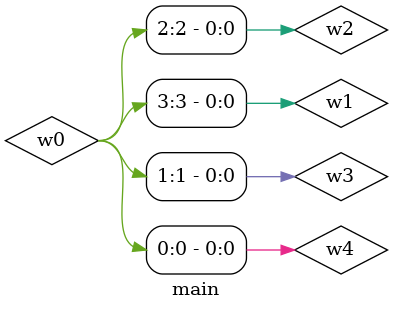
<source format=v>

`timescale 1ns/1ns

module main;    //: root_module
reg [3:0] w0;    //: /sn:0 {0}(#:154,126)(154,242){1}
//: {2}(154,243)(154,279){3}
//: {4}(154,280)(154,337){5}
//: {6}(154,338)(154,386){7}
//: {8}(154,387)(154,484){9}
wire w4;    //: /sn:0 {0}(158,387)(689,387)(689,209){1}
wire w3;    //: /sn:0 {0}(158,338)(611,338)(611,203){1}
wire w1;    //: /sn:0 {0}(158,243)(431,243)(431,203){1}
wire w2;    //: /sn:0 {0}(158,280)(525,280)(525,209){1}
//: enddecls

  assign w4 = w0[0]; //: TAP g8 @(152,387) /sn:0 /R:2 /w:[ 0 8 7 ] /ss:1
  //: LED L3 (w1) @(431,196) /w:[ 1 ] /type:0
  assign w2 = w0[2]; //: TAP g6 @(152,280) /sn:0 /R:2 /w:[ 0 4 3 ] /ss:1
  //: LED L2 (w2) @(525,202) /w:[ 1 ] /type:0
  //: frame g9 @(36,60) /sn:0 /wi:786 /ht:446 /tx:"Multiple Bits"
  assign w3 = w0[1]; //: TAP g7 @(152,338) /sn:0 /R:2 /w:[ 0 6 5 ] /ss:1
  assign w1 = w0[3]; //: TAP D3 @(152,243) /sn:0 /R:2 /w:[ 0 2 1 ] /ss:1
  //: LED L0 (w4) @(689,202) /w:[ 1 ] /type:0
  //: DIP g0 (w0) @(154,116) /sn:0 /w:[ 0 ] /st:5 /dn:1
  //: LED L1 (w3) @(611,196) /w:[ 1 ] /type:0

endmodule
//: /netlistEnd


</source>
